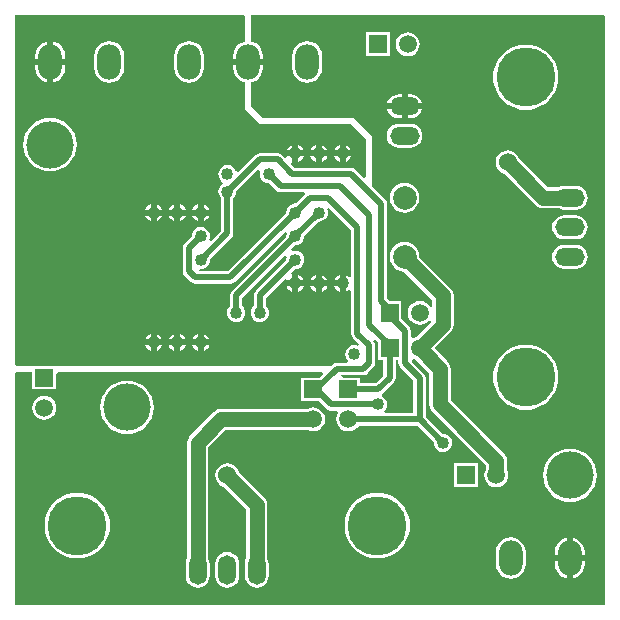
<source format=gbl>
%FSLAX25Y25*%
%MOIN*%
G70*
G01*
G75*
G04 Layer_Physical_Order=2*
G04 Layer_Color=16711680*
%ADD10R,0.04528X0.05315*%
G04:AMPARAMS|DCode=11|XSize=35.43mil|YSize=27.56mil|CornerRadius=6.89mil|HoleSize=0mil|Usage=FLASHONLY|Rotation=90.000|XOffset=0mil|YOffset=0mil|HoleType=Round|Shape=RoundedRectangle|*
%AMROUNDEDRECTD11*
21,1,0.03543,0.01378,0,0,90.0*
21,1,0.02165,0.02756,0,0,90.0*
1,1,0.01378,0.00689,0.01083*
1,1,0.01378,0.00689,-0.01083*
1,1,0.01378,-0.00689,-0.01083*
1,1,0.01378,-0.00689,0.01083*
%
%ADD11ROUNDEDRECTD11*%
G04:AMPARAMS|DCode=12|XSize=23.62mil|YSize=27.56mil|CornerRadius=5.91mil|HoleSize=0mil|Usage=FLASHONLY|Rotation=90.000|XOffset=0mil|YOffset=0mil|HoleType=Round|Shape=RoundedRectangle|*
%AMROUNDEDRECTD12*
21,1,0.02362,0.01575,0,0,90.0*
21,1,0.01181,0.02756,0,0,90.0*
1,1,0.01181,0.00787,0.00591*
1,1,0.01181,0.00787,-0.00591*
1,1,0.01181,-0.00787,-0.00591*
1,1,0.01181,-0.00787,0.00591*
%
%ADD12ROUNDEDRECTD12*%
%ADD13R,0.05315X0.04528*%
%ADD14R,0.03740X0.02559*%
G04:AMPARAMS|DCode=15|XSize=25.59mil|YSize=37.4mil|CornerRadius=0mil|HoleSize=0mil|Usage=FLASHONLY|Rotation=45.000|XOffset=0mil|YOffset=0mil|HoleType=Round|Shape=Rectangle|*
%AMROTATEDRECTD15*
4,1,4,0.00418,-0.02227,-0.02227,0.00418,-0.00418,0.02227,0.02227,-0.00418,0.00418,-0.02227,0.0*
%
%ADD15ROTATEDRECTD15*%

%ADD16O,0.02362X0.05709*%
%ADD17R,0.05512X0.04528*%
%ADD18R,0.06496X0.13386*%
%ADD19R,0.13386X0.06496*%
%ADD20C,0.03000*%
%ADD21C,0.02000*%
%ADD22C,0.02500*%
%ADD23C,0.05000*%
%ADD24C,0.15748*%
%ADD25O,0.07874X0.11811*%
%ADD26C,0.05906*%
%ADD27R,0.05906X0.05906*%
%ADD28O,0.05906X0.09843*%
%ADD29O,0.09843X0.05906*%
%ADD30C,0.07874*%
%ADD31R,0.05906X0.05906*%
%ADD32C,0.19685*%
%ADD33C,0.04000*%
%ADD34C,0.06000*%
G36*
X120968Y87762D02*
Y81677D01*
X122882D01*
Y76553D01*
X120297Y73968D01*
X115173D01*
Y75882D01*
X109296D01*
X108868Y76682D01*
X108881Y76701D01*
X116142D01*
X116922Y76856D01*
X117584Y77298D01*
X119552Y79267D01*
X119994Y79928D01*
X120149Y80709D01*
Y86614D01*
X119994Y87394D01*
X119552Y88056D01*
X120124Y88606D01*
X120968Y87762D01*
D02*
G37*
G36*
X196851Y196285D02*
Y0D01*
X0D01*
Y77190D01*
X566Y77756D01*
X5890D01*
Y71913D01*
X13795D01*
Y77190D01*
X14361Y77756D01*
X102370Y77756D01*
X102676Y77017D01*
X101541Y75882D01*
X95457D01*
Y67976D01*
X101384D01*
X103873Y65487D01*
X104535Y65045D01*
X105315Y64890D01*
X107502D01*
X107896Y64090D01*
X107768Y63923D01*
X107369Y62961D01*
X107234Y61929D01*
X107369Y60897D01*
X107768Y59936D01*
X108401Y59110D01*
X109227Y58476D01*
X110189Y58078D01*
X111221Y57942D01*
X112252Y58078D01*
X113214Y58476D01*
X114040Y59110D01*
X114638Y59890D01*
X134077D01*
X139707Y54259D01*
X139691Y54134D01*
X139794Y53351D01*
X140096Y52621D01*
X140577Y51994D01*
X141204Y51513D01*
X141933Y51211D01*
X142717Y51108D01*
X143500Y51211D01*
X144229Y51513D01*
X144856Y51994D01*
X145337Y52621D01*
X145639Y53351D01*
X145742Y54134D01*
X145639Y54917D01*
X145337Y55647D01*
X144856Y56274D01*
X144229Y56754D01*
X143500Y57057D01*
X142717Y57160D01*
X142591Y57143D01*
X136960Y62774D01*
Y75709D01*
X136805Y76489D01*
X136363Y77151D01*
X132318Y81196D01*
X132372Y81595D01*
X132497Y81726D01*
X133239Y82048D01*
X133702Y81856D01*
X138202Y77357D01*
Y66929D01*
X138322Y66015D01*
X138675Y65164D01*
X139236Y64433D01*
X156982Y46687D01*
Y45114D01*
X156661Y44339D01*
X156525Y43307D01*
X156661Y42275D01*
X157059Y41314D01*
X157693Y40488D01*
X158518Y39854D01*
X159480Y39456D01*
X160512Y39320D01*
X161544Y39456D01*
X162505Y39854D01*
X163331Y40488D01*
X163964Y41314D01*
X164363Y42275D01*
X164499Y43307D01*
X164363Y44339D01*
X164042Y45114D01*
Y48149D01*
X164042Y48150D01*
X163922Y49063D01*
X163569Y49915D01*
X163008Y50646D01*
X145263Y68391D01*
Y78819D01*
X145142Y79733D01*
X144790Y80584D01*
X144228Y81315D01*
X139914Y85630D01*
X145213Y90929D01*
X145774Y91660D01*
X146126Y92511D01*
X146247Y93425D01*
Y103347D01*
X146126Y104260D01*
X145774Y105112D01*
X145213Y105843D01*
X134899Y116156D01*
X134731Y117430D01*
X134234Y118631D01*
X133442Y119663D01*
X132411Y120454D01*
X131210Y120952D01*
X129921Y121121D01*
X128632Y120952D01*
X127431Y120454D01*
X126400Y119663D01*
X125609Y118631D01*
X125111Y117430D01*
X124942Y116142D01*
X125111Y114853D01*
X125609Y113652D01*
X126400Y112621D01*
X127431Y111829D01*
X128632Y111332D01*
X129906Y111164D01*
X139186Y101884D01*
Y99564D01*
X138386Y99405D01*
X138374Y99434D01*
X137740Y100260D01*
X136915Y100894D01*
X135953Y101292D01*
X134921Y101428D01*
X133889Y101292D01*
X132928Y100894D01*
X132102Y100260D01*
X131468Y99434D01*
X131070Y98473D01*
X130934Y97441D01*
X131070Y96409D01*
X131468Y95447D01*
X132102Y94622D01*
X132928Y93988D01*
X133889Y93590D01*
X134921Y93454D01*
X135953Y93590D01*
X136915Y93988D01*
X137740Y94622D01*
X137935Y94876D01*
X138820Y94715D01*
X138865Y94566D01*
X133702Y89403D01*
X132928Y89083D01*
X132760Y88954D01*
X131960Y89349D01*
Y91535D01*
X131805Y92316D01*
X131363Y92977D01*
X128874Y95467D01*
Y101394D01*
X124915D01*
X124086Y102223D01*
Y133858D01*
X123931Y134639D01*
X123489Y135300D01*
X119095Y139695D01*
Y156496D01*
X113189Y162401D01*
X82677D01*
X78740Y166339D01*
X78740Y174284D01*
X79045Y174324D01*
X80246Y174821D01*
X81277Y175613D01*
X82068Y176644D01*
X82566Y177845D01*
X82736Y179134D01*
Y180102D01*
X72776D01*
Y179134D01*
X72946Y177845D01*
X73443Y176644D01*
X74235Y175613D01*
X75266Y174821D01*
X76467Y174324D01*
X76772Y174284D01*
X76772Y165354D01*
X81693Y160433D01*
X112205Y160433D01*
X117126Y155512D01*
X117126Y142709D01*
X116387Y142403D01*
X113647Y145143D01*
X112985Y145585D01*
X112205Y145740D01*
X93364D01*
X92007Y147098D01*
X92460Y147776D01*
X92504Y147758D01*
Y149591D01*
X90671D01*
X90689Y149547D01*
X90011Y149093D01*
X89040Y150064D01*
X88379Y150506D01*
X87598Y150661D01*
X81693D01*
X80913Y150506D01*
X80251Y150064D01*
X80251Y150064D01*
X74528Y144341D01*
X73716Y144660D01*
X73487Y145214D01*
X73006Y145840D01*
X72379Y146321D01*
X71649Y146624D01*
X70866Y146727D01*
X70083Y146624D01*
X69353Y146321D01*
X68726Y145840D01*
X68246Y145214D01*
X67943Y144484D01*
X67840Y143701D01*
X67943Y142918D01*
X68246Y142188D01*
X68726Y141561D01*
X69183Y141211D01*
X69256Y140869D01*
Y140627D01*
X69183Y140285D01*
X68726Y139935D01*
X68246Y139308D01*
X67943Y138578D01*
X67840Y137795D01*
X67943Y137012D01*
X68246Y136282D01*
X68726Y135656D01*
X68827Y135579D01*
Y124860D01*
X65501Y121534D01*
X64823Y121987D01*
X64931Y122248D01*
X65034Y123031D01*
X64931Y123815D01*
X64628Y124544D01*
X64148Y125171D01*
X63521Y125652D01*
X62791Y125954D01*
X62008Y126057D01*
X61225Y125954D01*
X60495Y125652D01*
X59868Y125171D01*
X59387Y124544D01*
X59085Y123815D01*
X58982Y123031D01*
X58999Y122906D01*
X56566Y120473D01*
X56124Y119812D01*
X55969Y119032D01*
Y111284D01*
X56124Y110503D01*
X56566Y109842D01*
X58597Y107810D01*
X58597Y107810D01*
X59259Y107368D01*
X60039Y107213D01*
X71850D01*
X72631Y107368D01*
X73292Y107810D01*
X90011Y124529D01*
X90689Y124076D01*
X90581Y123815D01*
X90478Y123031D01*
X90495Y122906D01*
X72377Y104788D01*
X71935Y104127D01*
X71780Y103347D01*
Y99658D01*
X71679Y99581D01*
X71198Y98954D01*
X70896Y98224D01*
X70793Y97441D01*
X70896Y96658D01*
X71198Y95928D01*
X71679Y95301D01*
X72306Y94820D01*
X73036Y94518D01*
X73819Y94415D01*
X74602Y94518D01*
X75332Y94820D01*
X75959Y95301D01*
X76439Y95928D01*
X76742Y96658D01*
X76845Y97441D01*
X76742Y98224D01*
X76439Y98954D01*
X75959Y99581D01*
X75858Y99658D01*
Y102502D01*
X90011Y116655D01*
X90689Y116202D01*
X90581Y115941D01*
X90478Y115157D01*
X90495Y115032D01*
X80251Y104788D01*
X79809Y104127D01*
X79654Y103347D01*
Y99658D01*
X79553Y99581D01*
X79072Y98954D01*
X78770Y98224D01*
X78667Y97441D01*
X78770Y96658D01*
X79072Y95928D01*
X79553Y95301D01*
X80180Y94820D01*
X80910Y94518D01*
X81693Y94415D01*
X82476Y94518D01*
X83206Y94820D01*
X83833Y95301D01*
X84313Y95928D01*
X84616Y96658D01*
X84719Y97441D01*
X84616Y98224D01*
X84313Y98954D01*
X83833Y99581D01*
X83732Y99658D01*
Y102502D01*
X90011Y108781D01*
X90689Y108328D01*
X90671Y108283D01*
X92504D01*
Y110116D01*
X92460Y110098D01*
X92007Y110776D01*
X93378Y112148D01*
X93504Y112132D01*
X94287Y112235D01*
X95017Y112537D01*
X95644Y113018D01*
X96124Y113645D01*
X96427Y114374D01*
X96530Y115157D01*
X96427Y115941D01*
X96124Y116670D01*
X95644Y117297D01*
X95017Y117778D01*
X94287Y118080D01*
X93504Y118183D01*
X92721Y118080D01*
X92460Y117972D01*
X92007Y118650D01*
X93378Y120022D01*
X93504Y120006D01*
X94287Y120109D01*
X95017Y120411D01*
X95644Y120892D01*
X96124Y121519D01*
X96427Y122248D01*
X96530Y123031D01*
X96513Y123157D01*
X101252Y127896D01*
X101378Y127880D01*
X102161Y127983D01*
X102891Y128285D01*
X103518Y128766D01*
X103998Y129393D01*
X104301Y130122D01*
X104404Y130905D01*
X104301Y131689D01*
X104193Y131950D01*
X104871Y132403D01*
X112134Y125140D01*
Y109770D01*
X111586Y109514D01*
X111334Y109467D01*
X110765Y109904D01*
X110252Y110116D01*
Y107283D01*
Y104451D01*
X110765Y104663D01*
X111334Y105100D01*
X111586Y105053D01*
X112134Y104797D01*
Y90551D01*
X112289Y89771D01*
X112731Y89109D01*
X114686Y87154D01*
X114233Y86476D01*
X113972Y86584D01*
X113189Y86687D01*
X112406Y86584D01*
X111676Y86282D01*
X111049Y85801D01*
X110568Y85174D01*
X110266Y84445D01*
X110163Y83661D01*
X110266Y82878D01*
X110568Y82148D01*
X111005Y81579D01*
X110959Y81327D01*
X110703Y80779D01*
X107283D01*
X106503Y80624D01*
X105842Y80182D01*
X105384Y79724D01*
X13795Y79724D01*
Y79819D01*
X5890D01*
Y79819D01*
X5795Y79724D01*
X566D01*
X0Y80290D01*
X0Y196850D01*
X76206Y196850D01*
X76772Y196285D01*
X76772Y187921D01*
X76467Y187881D01*
X75266Y187383D01*
X74235Y186592D01*
X73443Y185561D01*
X72946Y184360D01*
X72776Y183071D01*
Y182102D01*
X82736D01*
Y183071D01*
X82566Y184360D01*
X82068Y185561D01*
X81277Y186592D01*
X80246Y187383D01*
X79045Y187881D01*
X78740Y187921D01*
X78740Y196850D01*
X196285Y196851D01*
X196851Y196285D01*
D02*
G37*
G36*
X127882Y80709D02*
X128037Y79928D01*
X128479Y79267D01*
X132882Y74864D01*
Y63968D01*
X123447D01*
X123175Y64768D01*
X123203Y64789D01*
X123684Y65416D01*
X123986Y66146D01*
X124089Y66929D01*
X123986Y67712D01*
X123684Y68442D01*
X123203Y69069D01*
X122576Y69550D01*
X122514Y70441D01*
X122584Y70487D01*
X126363Y74267D01*
X126805Y74928D01*
X126960Y75709D01*
Y81677D01*
X127882D01*
Y80709D01*
D02*
G37*
G36*
X81831Y144745D02*
X81723Y144484D01*
X81620Y143701D01*
X81723Y142918D01*
X82025Y142188D01*
X82506Y141561D01*
X83133Y141080D01*
X83863Y140778D01*
X84646Y140675D01*
X84771Y140691D01*
X87141Y138322D01*
X87802Y137880D01*
X88583Y137725D01*
X96308D01*
X96639Y136925D01*
X93629Y133915D01*
X93504Y133931D01*
X92721Y133828D01*
X91991Y133526D01*
X91364Y133045D01*
X90883Y132419D01*
X90581Y131689D01*
X90478Y130905D01*
X90495Y130780D01*
X71006Y111291D01*
X61223D01*
X61132Y111440D01*
X61613Y112183D01*
X62008Y112132D01*
X62791Y112235D01*
X63521Y112537D01*
X64148Y113018D01*
X64628Y113645D01*
X64931Y114374D01*
X65034Y115157D01*
X65017Y115283D01*
X72308Y122574D01*
X72308Y122574D01*
X72750Y123235D01*
X72905Y124016D01*
X72905Y124016D01*
Y135579D01*
X73006Y135656D01*
X73487Y136282D01*
X73789Y137012D01*
X73892Y137795D01*
X73875Y137921D01*
X81153Y145198D01*
X81831Y144745D01*
D02*
G37*
%LPC*%
G36*
X64841Y86598D02*
X63008D01*
Y84765D01*
X63521Y84978D01*
X64148Y85459D01*
X64628Y86085D01*
X64841Y86598D01*
D02*
G37*
G36*
X61008Y90431D02*
X60495Y90219D01*
X59868Y89738D01*
X59387Y89111D01*
X59175Y88598D01*
X61008D01*
Y90431D01*
D02*
G37*
G36*
X63008D02*
Y88598D01*
X64841D01*
X64628Y89111D01*
X64148Y89738D01*
X63521Y90219D01*
X63008Y90431D01*
D02*
G37*
G36*
X45260D02*
X44747Y90219D01*
X44120Y89738D01*
X43639Y89111D01*
X43427Y88598D01*
X45260D01*
Y90431D01*
D02*
G37*
G36*
X53134D02*
X52621Y90219D01*
X51994Y89738D01*
X51513Y89111D01*
X51301Y88598D01*
X53134D01*
Y90431D01*
D02*
G37*
G36*
X47260D02*
Y88598D01*
X49093D01*
X48880Y89111D01*
X48399Y89738D01*
X47773Y90219D01*
X47260Y90431D01*
D02*
G37*
G36*
X55134D02*
Y88598D01*
X56967D01*
X56754Y89111D01*
X56274Y89738D01*
X55647Y90219D01*
X55134Y90431D01*
D02*
G37*
G36*
X92504Y106283D02*
X90671D01*
X90883Y105771D01*
X91364Y105144D01*
X91991Y104663D01*
X92504Y104451D01*
Y106283D01*
D02*
G37*
G36*
X102378Y110116D02*
Y108283D01*
X104211D01*
X103998Y108796D01*
X103518Y109423D01*
X102891Y109904D01*
X102378Y110116D01*
D02*
G37*
G36*
X100378D02*
X99865Y109904D01*
X99238Y109423D01*
X98757Y108796D01*
X98545Y108283D01*
X100378D01*
Y110116D01*
D02*
G37*
G36*
X108252D02*
X107739Y109904D01*
X107112Y109423D01*
X106632Y108796D01*
X106419Y108283D01*
X108252D01*
Y110116D01*
D02*
G37*
G36*
X187008Y129971D02*
X183071D01*
X182039Y129835D01*
X181078Y129437D01*
X180252Y128803D01*
X179618Y127978D01*
X179220Y127016D01*
X179084Y125984D01*
X179220Y124952D01*
X179618Y123991D01*
X180252Y123165D01*
X181078Y122532D01*
X182039Y122133D01*
X183071Y121997D01*
X187008D01*
X188040Y122133D01*
X189001Y122532D01*
X189827Y123165D01*
X190461Y123991D01*
X190859Y124952D01*
X190995Y125984D01*
X190859Y127016D01*
X190461Y127978D01*
X189827Y128803D01*
X189001Y129437D01*
X188040Y129835D01*
X187008Y129971D01*
D02*
G37*
G36*
Y120129D02*
X183071D01*
X182039Y119993D01*
X181078Y119595D01*
X180252Y118961D01*
X179618Y118135D01*
X179220Y117174D01*
X179084Y116142D01*
X179220Y115110D01*
X179618Y114148D01*
X180252Y113323D01*
X181078Y112689D01*
X182039Y112291D01*
X183071Y112155D01*
X187008D01*
X188040Y112291D01*
X189001Y112689D01*
X189827Y113323D01*
X190461Y114148D01*
X190859Y115110D01*
X190995Y116142D01*
X190859Y117174D01*
X190461Y118135D01*
X189827Y118961D01*
X189001Y119595D01*
X188040Y119993D01*
X187008Y120129D01*
D02*
G37*
G36*
X100378Y106283D02*
X98545D01*
X98757Y105771D01*
X99238Y105144D01*
X99865Y104663D01*
X100378Y104451D01*
Y106283D01*
D02*
G37*
G36*
X96337D02*
X94504D01*
Y104451D01*
X95017Y104663D01*
X95644Y105144D01*
X96124Y105771D01*
X96337Y106283D01*
D02*
G37*
G36*
X104211D02*
X102378D01*
Y104451D01*
X102891Y104663D01*
X103518Y105144D01*
X103998Y105771D01*
X104211Y106283D01*
D02*
G37*
G36*
X94504Y110116D02*
Y108283D01*
X96337D01*
X96124Y108796D01*
X95644Y109423D01*
X95017Y109904D01*
X94504Y110116D01*
D02*
G37*
G36*
X108252Y106283D02*
X106419D01*
X106632Y105771D01*
X107112Y105144D01*
X107739Y104663D01*
X108252Y104451D01*
Y106283D01*
D02*
G37*
G36*
X61008Y86598D02*
X59175D01*
X59387Y86085D01*
X59868Y85459D01*
X60495Y84978D01*
X61008Y84765D01*
Y86598D01*
D02*
G37*
G36*
X120866Y37451D02*
X119165Y37317D01*
X117505Y36919D01*
X115929Y36266D01*
X114473Y35374D01*
X113176Y34265D01*
X112067Y32968D01*
X111176Y31512D01*
X110522Y29936D01*
X110124Y28276D01*
X109990Y26575D01*
X110124Y24873D01*
X110522Y23214D01*
X111176Y21637D01*
X112067Y20182D01*
X113176Y18884D01*
X114473Y17776D01*
X115929Y16884D01*
X117505Y16231D01*
X119165Y15833D01*
X120866Y15699D01*
X122568Y15833D01*
X124227Y16231D01*
X125804Y16884D01*
X127259Y17776D01*
X128557Y18884D01*
X129665Y20182D01*
X130557Y21637D01*
X131210Y23214D01*
X131608Y24873D01*
X131742Y26575D01*
X131608Y28276D01*
X131210Y29936D01*
X130557Y31512D01*
X129665Y32968D01*
X128557Y34265D01*
X127259Y35374D01*
X125804Y36266D01*
X124227Y36919D01*
X122568Y37317D01*
X120866Y37451D01*
D02*
G37*
G36*
X20866D02*
X19165Y37317D01*
X17505Y36919D01*
X15929Y36266D01*
X14473Y35374D01*
X13176Y34265D01*
X12067Y32968D01*
X11176Y31512D01*
X10522Y29936D01*
X10124Y28276D01*
X9990Y26575D01*
X10124Y24873D01*
X10522Y23214D01*
X11176Y21637D01*
X12067Y20182D01*
X13176Y18884D01*
X14473Y17776D01*
X15929Y16884D01*
X17505Y16231D01*
X19165Y15833D01*
X20866Y15699D01*
X22568Y15833D01*
X24227Y16231D01*
X25804Y16884D01*
X27259Y17776D01*
X28557Y18884D01*
X29665Y20182D01*
X30557Y21637D01*
X31210Y23214D01*
X31608Y24873D01*
X31742Y26575D01*
X31608Y28276D01*
X31210Y29936D01*
X30557Y31512D01*
X29665Y32968D01*
X28557Y34265D01*
X27259Y35374D01*
X25804Y36266D01*
X24227Y36919D01*
X22568Y37317D01*
X20866Y37451D01*
D02*
G37*
G36*
X186039Y22565D02*
Y16748D01*
X190019D01*
Y17717D01*
X189849Y19005D01*
X189352Y20206D01*
X188560Y21238D01*
X187529Y22029D01*
X186328Y22526D01*
X186039Y22565D01*
D02*
G37*
G36*
X184039D02*
X183750Y22526D01*
X182550Y22029D01*
X181518Y21238D01*
X180727Y20206D01*
X180229Y19005D01*
X180060Y17717D01*
Y16748D01*
X184039D01*
Y22565D01*
D02*
G37*
G36*
X190019Y14748D02*
X186039D01*
Y8932D01*
X186328Y8970D01*
X187529Y9467D01*
X188560Y10259D01*
X189352Y11290D01*
X189849Y12491D01*
X190019Y13780D01*
Y14748D01*
D02*
G37*
G36*
X70866Y47342D02*
X69822Y47204D01*
X68849Y46801D01*
X68013Y46160D01*
X67372Y45324D01*
X66969Y44351D01*
X66832Y43307D01*
X66969Y42263D01*
X67372Y41290D01*
X68013Y40454D01*
X68849Y39813D01*
X69735Y39446D01*
X77179Y32002D01*
Y15586D01*
X76858Y14811D01*
X76722Y13780D01*
Y9843D01*
X76858Y8811D01*
X77256Y7849D01*
X77890Y7023D01*
X78715Y6390D01*
X79677Y5992D01*
X80709Y5856D01*
X81741Y5992D01*
X82702Y6390D01*
X83528Y7023D01*
X84161Y7849D01*
X84560Y8811D01*
X84696Y9843D01*
Y13780D01*
X84560Y14811D01*
X84239Y15586D01*
Y33464D01*
X84239Y33465D01*
X84119Y34378D01*
X83766Y35230D01*
X83205Y35961D01*
X74727Y44439D01*
X74360Y45324D01*
X73719Y46160D01*
X72883Y46801D01*
X71910Y47204D01*
X70866Y47342D01*
D02*
G37*
G36*
X70866Y17766D02*
X69834Y17631D01*
X68873Y17232D01*
X68047Y16599D01*
X67414Y15773D01*
X67015Y14811D01*
X66879Y13780D01*
Y9843D01*
X67015Y8811D01*
X67414Y7849D01*
X68047Y7023D01*
X68873Y6390D01*
X69834Y5992D01*
X70866Y5856D01*
X71898Y5992D01*
X72860Y6390D01*
X73685Y7023D01*
X74319Y7849D01*
X74717Y8811D01*
X74853Y9843D01*
Y13780D01*
X74717Y14811D01*
X74319Y15773D01*
X73685Y16599D01*
X72860Y17232D01*
X71898Y17631D01*
X70866Y17766D01*
D02*
G37*
G36*
X184039Y14748D02*
X180060D01*
Y13780D01*
X180229Y12491D01*
X180727Y11290D01*
X181518Y10259D01*
X182550Y9467D01*
X183750Y8970D01*
X184039Y8932D01*
Y14748D01*
D02*
G37*
G36*
X165354Y22696D02*
X164066Y22526D01*
X162864Y22029D01*
X161833Y21238D01*
X161042Y20206D01*
X160544Y19005D01*
X160375Y17717D01*
Y13780D01*
X160544Y12491D01*
X161042Y11290D01*
X161833Y10259D01*
X162864Y9467D01*
X164066Y8970D01*
X165354Y8800D01*
X166643Y8970D01*
X167844Y9467D01*
X168876Y10259D01*
X169667Y11290D01*
X170164Y12491D01*
X170334Y13780D01*
Y17717D01*
X170164Y19005D01*
X169667Y20206D01*
X168876Y21238D01*
X167844Y22029D01*
X166643Y22526D01*
X165354Y22696D01*
D02*
G37*
G36*
X185039Y52224D02*
X183300Y52053D01*
X181627Y51545D01*
X180085Y50721D01*
X178734Y49612D01*
X177625Y48261D01*
X176801Y46720D01*
X176294Y45047D01*
X176122Y43307D01*
X176294Y41568D01*
X176801Y39895D01*
X177625Y38353D01*
X178734Y37002D01*
X180085Y35893D01*
X181627Y35069D01*
X183300Y34561D01*
X185039Y34390D01*
X186779Y34561D01*
X188452Y35069D01*
X189993Y35893D01*
X191345Y37002D01*
X192454Y38353D01*
X193278Y39895D01*
X193785Y41568D01*
X193956Y43307D01*
X193785Y45047D01*
X193278Y46720D01*
X192454Y48261D01*
X191345Y49612D01*
X189993Y50721D01*
X188452Y51545D01*
X186779Y52053D01*
X185039Y52224D01*
D02*
G37*
G36*
X49093Y86598D02*
X47260D01*
Y84765D01*
X47773Y84978D01*
X48399Y85459D01*
X48880Y86085D01*
X49093Y86598D01*
D02*
G37*
G36*
X45260D02*
X43427D01*
X43639Y86085D01*
X44120Y85459D01*
X44747Y84978D01*
X45260Y84765D01*
Y86598D01*
D02*
G37*
G36*
X56967D02*
X55134D01*
Y84765D01*
X55647Y84978D01*
X56274Y85459D01*
X56754Y86085D01*
X56967Y86598D01*
D02*
G37*
G36*
X53134D02*
X51301D01*
X51513Y86085D01*
X51994Y85459D01*
X52621Y84978D01*
X53134Y84765D01*
Y86598D01*
D02*
G37*
G36*
X99410Y65916D02*
X98378Y65780D01*
X97603Y65459D01*
X68819D01*
X68819Y65459D01*
X67905Y65339D01*
X67054Y64986D01*
X66323Y64425D01*
X58527Y56630D01*
X57966Y55899D01*
X57614Y55048D01*
X57494Y54134D01*
Y15586D01*
X57173Y14811D01*
X57037Y13780D01*
Y9843D01*
X57173Y8811D01*
X57571Y7849D01*
X58205Y7023D01*
X59030Y6390D01*
X59992Y5992D01*
X61024Y5856D01*
X62056Y5992D01*
X63017Y6390D01*
X63843Y7023D01*
X64476Y7849D01*
X64875Y8811D01*
X65010Y9843D01*
Y13780D01*
X64875Y14811D01*
X64554Y15586D01*
Y52672D01*
X70281Y58399D01*
X97603D01*
X98378Y58078D01*
X99410Y57942D01*
X100441Y58078D01*
X101403Y58476D01*
X102229Y59110D01*
X102862Y59936D01*
X103261Y60897D01*
X103396Y61929D01*
X103261Y62961D01*
X102862Y63923D01*
X102229Y64748D01*
X101403Y65382D01*
X100441Y65780D01*
X99410Y65916D01*
D02*
G37*
G36*
X37402Y74862D02*
X35662Y74691D01*
X33989Y74183D01*
X32448Y73359D01*
X31096Y72250D01*
X29987Y70899D01*
X29163Y69357D01*
X28656Y67685D01*
X28485Y65945D01*
X28656Y64205D01*
X29163Y62533D01*
X29987Y60991D01*
X31096Y59640D01*
X32448Y58531D01*
X33989Y57707D01*
X35662Y57199D01*
X37402Y57028D01*
X39141Y57199D01*
X40814Y57707D01*
X42356Y58531D01*
X43707Y59640D01*
X44816Y60991D01*
X45640Y62533D01*
X46147Y64205D01*
X46319Y65945D01*
X46147Y67685D01*
X45640Y69357D01*
X44816Y70899D01*
X43707Y72250D01*
X42356Y73359D01*
X40814Y74183D01*
X39141Y74691D01*
X37402Y74862D01*
D02*
G37*
G36*
X154465Y47260D02*
X146559D01*
Y39354D01*
X154465D01*
Y47260D01*
D02*
G37*
G36*
X170276Y86860D02*
X168574Y86726D01*
X166915Y86328D01*
X165338Y85675D01*
X163883Y84783D01*
X162585Y83675D01*
X161477Y82377D01*
X160585Y80922D01*
X159932Y79345D01*
X159534Y77686D01*
X159400Y75984D01*
X159534Y74283D01*
X159932Y72623D01*
X160585Y71047D01*
X161477Y69591D01*
X162585Y68294D01*
X163883Y67185D01*
X165338Y66294D01*
X166915Y65641D01*
X168574Y65242D01*
X170276Y65108D01*
X171977Y65242D01*
X173636Y65641D01*
X175213Y66294D01*
X176668Y67185D01*
X177966Y68294D01*
X179075Y69591D01*
X179966Y71047D01*
X180619Y72623D01*
X181018Y74283D01*
X181152Y75984D01*
X181018Y77686D01*
X180619Y79345D01*
X179966Y80922D01*
X179075Y82377D01*
X177966Y83675D01*
X176668Y84783D01*
X175213Y85675D01*
X173636Y86328D01*
X171977Y86726D01*
X170276Y86860D01*
D02*
G37*
G36*
X9843Y69853D02*
X8811Y69717D01*
X7849Y69319D01*
X7023Y68685D01*
X6390Y67860D01*
X5991Y66898D01*
X5856Y65866D01*
X5991Y64834D01*
X6390Y63873D01*
X7023Y63047D01*
X7849Y62413D01*
X8811Y62015D01*
X9843Y61879D01*
X10874Y62015D01*
X11836Y62413D01*
X12662Y63047D01*
X13295Y63873D01*
X13693Y64834D01*
X13829Y65866D01*
X13693Y66898D01*
X13295Y67860D01*
X12662Y68685D01*
X11836Y69319D01*
X10874Y69717D01*
X9843Y69853D01*
D02*
G37*
G36*
X45260Y129905D02*
X43427D01*
X43639Y129393D01*
X44120Y128766D01*
X44747Y128285D01*
X45260Y128073D01*
Y129905D01*
D02*
G37*
G36*
X128921Y165339D02*
X124098D01*
X124102Y165307D01*
X124500Y164345D01*
X125134Y163519D01*
X125959Y162886D01*
X126921Y162488D01*
X127953Y162352D01*
X128921D01*
Y165339D01*
D02*
G37*
G36*
X131890Y160483D02*
X127953D01*
X126921Y160347D01*
X125959Y159949D01*
X125134Y159315D01*
X124500Y158490D01*
X124102Y157528D01*
X123966Y156496D01*
X124102Y155464D01*
X124500Y154503D01*
X125134Y153677D01*
X125959Y153043D01*
X126921Y152645D01*
X127953Y152509D01*
X131890D01*
X132922Y152645D01*
X133883Y153043D01*
X134709Y153677D01*
X135343Y154503D01*
X135741Y155464D01*
X135877Y156496D01*
X135741Y157528D01*
X135343Y158490D01*
X134709Y159315D01*
X133883Y159949D01*
X132922Y160347D01*
X131890Y160483D01*
D02*
G37*
G36*
X135745Y165339D02*
X130921D01*
Y162352D01*
X131890D01*
X132922Y162488D01*
X133883Y162886D01*
X134709Y163519D01*
X135343Y164345D01*
X135741Y165307D01*
X135745Y165339D01*
D02*
G37*
G36*
X128921Y170325D02*
X127953D01*
X126921Y170190D01*
X125959Y169791D01*
X125134Y169158D01*
X124500Y168332D01*
X124102Y167370D01*
X124098Y167339D01*
X128921D01*
Y170325D01*
D02*
G37*
G36*
X170276Y186860D02*
X168574Y186726D01*
X166915Y186328D01*
X165338Y185675D01*
X163883Y184783D01*
X162585Y183675D01*
X161477Y182377D01*
X160585Y180922D01*
X159932Y179345D01*
X159534Y177686D01*
X159400Y175984D01*
X159534Y174283D01*
X159932Y172623D01*
X160585Y171047D01*
X161477Y169591D01*
X162585Y168294D01*
X163883Y167185D01*
X165338Y166294D01*
X166915Y165641D01*
X168574Y165242D01*
X170276Y165108D01*
X171977Y165242D01*
X173636Y165641D01*
X175213Y166294D01*
X176668Y167185D01*
X177966Y168294D01*
X179075Y169591D01*
X179966Y171047D01*
X180619Y172623D01*
X181018Y174283D01*
X181152Y175984D01*
X181018Y177686D01*
X180619Y179345D01*
X179966Y180922D01*
X179075Y182377D01*
X177966Y183675D01*
X176668Y184783D01*
X175213Y185675D01*
X173636Y186328D01*
X171977Y186726D01*
X170276Y186860D01*
D02*
G37*
G36*
X100378Y153424D02*
X99865Y153211D01*
X99238Y152730D01*
X98757Y152103D01*
X98545Y151591D01*
X100378D01*
Y153424D01*
D02*
G37*
G36*
X94504D02*
Y151591D01*
X96337D01*
X96124Y152103D01*
X95644Y152730D01*
X95017Y153211D01*
X94504Y153424D01*
D02*
G37*
G36*
X102378D02*
Y151591D01*
X104211D01*
X103998Y152103D01*
X103518Y152730D01*
X102891Y153211D01*
X102378Y153424D01*
D02*
G37*
G36*
X110252D02*
Y151591D01*
X112085D01*
X111872Y152103D01*
X111392Y152730D01*
X110765Y153211D01*
X110252Y153424D01*
D02*
G37*
G36*
X108252D02*
X107739Y153211D01*
X107112Y152730D01*
X106632Y152103D01*
X106419Y151591D01*
X108252D01*
Y153424D01*
D02*
G37*
G36*
X10811Y187919D02*
X10522Y187881D01*
X9321Y187383D01*
X8290Y186592D01*
X7499Y185561D01*
X7001Y184360D01*
X6831Y183071D01*
Y182102D01*
X10811D01*
Y187919D01*
D02*
G37*
G36*
X16791Y180102D02*
X12811D01*
Y174286D01*
X13100Y174324D01*
X14301Y174821D01*
X15332Y175613D01*
X16124Y176644D01*
X16621Y177845D01*
X16791Y179134D01*
Y180102D01*
D02*
G37*
G36*
X12811Y187919D02*
Y182102D01*
X16791D01*
Y183071D01*
X16621Y184360D01*
X16124Y185561D01*
X15332Y186592D01*
X14301Y187383D01*
X13100Y187881D01*
X12811Y187919D01*
D02*
G37*
G36*
X124937Y190961D02*
X117032D01*
Y183055D01*
X124937D01*
Y190961D01*
D02*
G37*
G36*
X130984Y190995D02*
X129952Y190859D01*
X128991Y190461D01*
X128165Y189827D01*
X127532Y189001D01*
X127133Y188040D01*
X126997Y187008D01*
X127133Y185976D01*
X127532Y185014D01*
X128165Y184189D01*
X128991Y183555D01*
X129952Y183157D01*
X130984Y183021D01*
X132016Y183157D01*
X132978Y183555D01*
X133803Y184189D01*
X134437Y185014D01*
X134835Y185976D01*
X134971Y187008D01*
X134835Y188040D01*
X134437Y189001D01*
X133803Y189827D01*
X132978Y190461D01*
X132016Y190859D01*
X130984Y190995D01*
D02*
G37*
G36*
X58071Y188050D02*
X56782Y187881D01*
X55581Y187383D01*
X54550Y186592D01*
X53758Y185561D01*
X53261Y184360D01*
X53091Y183071D01*
Y179134D01*
X53261Y177845D01*
X53758Y176644D01*
X54550Y175613D01*
X55581Y174821D01*
X56782Y174324D01*
X58071Y174154D01*
X59360Y174324D01*
X60561Y174821D01*
X61592Y175613D01*
X62383Y176644D01*
X62881Y177845D01*
X63051Y179134D01*
Y183071D01*
X62881Y184360D01*
X62383Y185561D01*
X61592Y186592D01*
X60561Y187383D01*
X59360Y187881D01*
X58071Y188050D01*
D02*
G37*
G36*
X131890Y170325D02*
X130921D01*
Y167339D01*
X135745D01*
X135741Y167370D01*
X135343Y168332D01*
X134709Y169158D01*
X133883Y169791D01*
X132922Y170190D01*
X131890Y170325D01*
D02*
G37*
G36*
X97441Y188050D02*
X96152Y187881D01*
X94951Y187383D01*
X93920Y186592D01*
X93129Y185561D01*
X92631Y184360D01*
X92461Y183071D01*
Y179134D01*
X92631Y177845D01*
X93129Y176644D01*
X93920Y175613D01*
X94951Y174821D01*
X96152Y174324D01*
X97441Y174154D01*
X98730Y174324D01*
X99931Y174821D01*
X100962Y175613D01*
X101753Y176644D01*
X102251Y177845D01*
X102421Y179134D01*
Y183071D01*
X102251Y184360D01*
X101753Y185561D01*
X100962Y186592D01*
X99931Y187383D01*
X98730Y187881D01*
X97441Y188050D01*
D02*
G37*
G36*
X10811Y180102D02*
X6831D01*
Y179134D01*
X7001Y177845D01*
X7499Y176644D01*
X8290Y175613D01*
X9321Y174821D01*
X10522Y174324D01*
X10811Y174286D01*
Y180102D01*
D02*
G37*
G36*
X31496Y188050D02*
X30207Y187881D01*
X29006Y187383D01*
X27975Y186592D01*
X27184Y185561D01*
X26686Y184360D01*
X26517Y183071D01*
Y179134D01*
X26686Y177845D01*
X27184Y176644D01*
X27975Y175613D01*
X29006Y174821D01*
X30207Y174324D01*
X31496Y174154D01*
X32785Y174324D01*
X33986Y174821D01*
X35017Y175613D01*
X35809Y176644D01*
X36306Y177845D01*
X36476Y179134D01*
Y183071D01*
X36306Y184360D01*
X35809Y185561D01*
X35017Y186592D01*
X33986Y187383D01*
X32785Y187881D01*
X31496Y188050D01*
D02*
G37*
G36*
X164370Y151672D02*
X163326Y151535D01*
X162353Y151132D01*
X161517Y150491D01*
X160876Y149655D01*
X160473Y148682D01*
X160336Y147638D01*
X160473Y146594D01*
X160876Y145621D01*
X161517Y144785D01*
X162353Y144144D01*
X163239Y143777D01*
X173685Y133331D01*
X174416Y132770D01*
X175267Y132417D01*
X176181Y132297D01*
X181264D01*
X182039Y131976D01*
X183071Y131840D01*
X187008D01*
X188040Y131976D01*
X189001Y132374D01*
X189827Y133008D01*
X190461Y133833D01*
X190859Y134795D01*
X190995Y135827D01*
X190859Y136859D01*
X190461Y137820D01*
X189827Y138646D01*
X189001Y139279D01*
X188040Y139678D01*
X187008Y139814D01*
X183071D01*
X182039Y139678D01*
X181264Y139357D01*
X177643D01*
X168231Y148769D01*
X167864Y149655D01*
X167223Y150491D01*
X166387Y151132D01*
X165414Y151535D01*
X164370Y151672D01*
D02*
G37*
G36*
X129921Y140806D02*
X128632Y140637D01*
X127431Y140139D01*
X126400Y139348D01*
X125609Y138317D01*
X125111Y137116D01*
X124942Y135827D01*
X125111Y134538D01*
X125609Y133337D01*
X126400Y132306D01*
X127431Y131514D01*
X128632Y131017D01*
X129921Y130847D01*
X131210Y131017D01*
X132411Y131514D01*
X133442Y132306D01*
X134234Y133337D01*
X134731Y134538D01*
X134901Y135827D01*
X134731Y137116D01*
X134234Y138317D01*
X133442Y139348D01*
X132411Y140139D01*
X131210Y140637D01*
X129921Y140806D01*
D02*
G37*
G36*
X45260Y133739D02*
X44747Y133526D01*
X44120Y133045D01*
X43639Y132419D01*
X43427Y131905D01*
X45260D01*
Y133739D01*
D02*
G37*
G36*
X53134D02*
X52621Y133526D01*
X51994Y133045D01*
X51513Y132419D01*
X51301Y131905D01*
X53134D01*
Y133739D01*
D02*
G37*
G36*
X47260D02*
Y131905D01*
X49093D01*
X48880Y132419D01*
X48399Y133045D01*
X47773Y133526D01*
X47260Y133739D01*
D02*
G37*
G36*
X53134Y129905D02*
X51301D01*
X51513Y129393D01*
X51994Y128766D01*
X52621Y128285D01*
X53134Y128073D01*
Y129905D01*
D02*
G37*
G36*
X49093D02*
X47260D01*
Y128073D01*
X47773Y128285D01*
X48399Y128766D01*
X48880Y129393D01*
X49093Y129905D01*
D02*
G37*
G36*
X56967D02*
X55134D01*
Y128073D01*
X55647Y128285D01*
X56274Y128766D01*
X56754Y129393D01*
X56967Y129905D01*
D02*
G37*
G36*
X64841D02*
X63008D01*
Y128073D01*
X63521Y128285D01*
X64148Y128766D01*
X64628Y129393D01*
X64841Y129905D01*
D02*
G37*
G36*
X61008D02*
X59175D01*
X59387Y129393D01*
X59868Y128766D01*
X60495Y128285D01*
X61008Y128073D01*
Y129905D01*
D02*
G37*
G36*
X104211Y149591D02*
X102378D01*
Y147758D01*
X102891Y147970D01*
X103518Y148451D01*
X103998Y149078D01*
X104211Y149591D01*
D02*
G37*
G36*
X100378D02*
X98545D01*
X98757Y149078D01*
X99238Y148451D01*
X99865Y147970D01*
X100378Y147758D01*
Y149591D01*
D02*
G37*
G36*
X108252D02*
X106419D01*
X106632Y149078D01*
X107112Y148451D01*
X107739Y147970D01*
X108252Y147758D01*
Y149591D01*
D02*
G37*
G36*
X92504Y153424D02*
X91991Y153211D01*
X91364Y152730D01*
X90883Y152103D01*
X90671Y151591D01*
X92504D01*
Y153424D01*
D02*
G37*
G36*
X112085Y149591D02*
X110252D01*
Y147758D01*
X110765Y147970D01*
X111392Y148451D01*
X111872Y149078D01*
X112085Y149591D01*
D02*
G37*
G36*
X61008Y133739D02*
X60495Y133526D01*
X59868Y133045D01*
X59387Y132419D01*
X59175Y131905D01*
X61008D01*
Y133739D01*
D02*
G37*
G36*
X55134D02*
Y131905D01*
X56967D01*
X56754Y132419D01*
X56274Y133045D01*
X55647Y133526D01*
X55134Y133739D01*
D02*
G37*
G36*
X63008D02*
Y131905D01*
X64841D01*
X64628Y132419D01*
X64148Y133045D01*
X63521Y133526D01*
X63008Y133739D01*
D02*
G37*
G36*
X96337Y149591D02*
X94504D01*
Y147758D01*
X95017Y147970D01*
X95644Y148451D01*
X96124Y149078D01*
X96337Y149591D01*
D02*
G37*
G36*
X11811Y162460D02*
X10071Y162289D01*
X8399Y161782D01*
X6857Y160958D01*
X5506Y159849D01*
X4397Y158497D01*
X3573Y156956D01*
X3065Y155283D01*
X2894Y153543D01*
X3065Y151804D01*
X3573Y150131D01*
X4397Y148589D01*
X5506Y147238D01*
X6857Y146129D01*
X8399Y145305D01*
X10071Y144798D01*
X11811Y144626D01*
X13551Y144798D01*
X15223Y145305D01*
X16765Y146129D01*
X18116Y147238D01*
X19225Y148589D01*
X20049Y150131D01*
X20557Y151804D01*
X20728Y153543D01*
X20557Y155283D01*
X20049Y156956D01*
X19225Y158497D01*
X18116Y159849D01*
X16765Y160958D01*
X15223Y161782D01*
X13551Y162289D01*
X11811Y162460D01*
D02*
G37*
%LPD*%
D21*
X81693Y103347D02*
X93504Y115157D01*
X81693Y97441D02*
Y103347D01*
X111221Y71929D02*
X121142D01*
X124921Y75709D01*
Y85630D01*
X100315Y71929D02*
X105315Y66929D01*
X121063D01*
X134921Y61929D02*
X142717Y54134D01*
X111221Y61929D02*
X134921D01*
Y75709D01*
X129921Y80709D02*
X134921Y75709D01*
X129921Y80709D02*
Y91535D01*
X124921Y96535D02*
X129921Y91535D01*
X60039Y109252D02*
X71850D01*
X58008Y111284D02*
Y119032D01*
X62008Y123031D01*
X58008Y111284D02*
X60039Y109252D01*
X99410Y71929D02*
X100315D01*
X100472D01*
X124921Y97441D02*
Y98504D01*
X122047Y101378D02*
X124921Y98504D01*
Y85630D02*
Y86693D01*
X118110Y93504D02*
X124921Y86693D01*
X118110Y80709D02*
Y86614D01*
X114173Y90551D02*
X118110Y86614D01*
X100472Y71929D02*
X107283Y78740D01*
X116142D01*
X118110Y80709D01*
X93504Y130905D02*
X98425Y135827D01*
X104331D01*
X114173Y125984D01*
Y90551D02*
Y125984D01*
X73819Y97441D02*
Y103347D01*
X93504Y123031D01*
Y123031D01*
X101378Y130905D01*
X71850Y109252D02*
X93504Y130905D01*
X108268Y139764D02*
X118110Y129921D01*
Y93504D02*
Y129921D01*
X112205Y143701D02*
X122047Y133858D01*
Y101378D02*
Y133858D01*
X70866Y124016D02*
Y137795D01*
X62008Y115157D02*
X70866Y124016D01*
Y137795D02*
X81693Y148622D01*
X87598D01*
X92520Y143701D01*
X112205D01*
X84646D02*
X88583Y139764D01*
X108268D01*
D23*
X68819Y61929D02*
X99410D01*
X61024Y54134D02*
X68819Y61929D01*
X61024Y11811D02*
Y54134D01*
X70866Y43307D02*
X80709Y33465D01*
Y11811D02*
Y33465D01*
X164370Y147638D02*
X176181Y135827D01*
X185039D01*
X160512Y43307D02*
Y48150D01*
X141732Y66929D02*
X160512Y48150D01*
X134921Y85630D02*
X141732Y78819D01*
Y66929D02*
Y78819D01*
X134921Y85630D02*
X142717Y93425D01*
Y103347D01*
X129921Y116142D02*
X142717Y103347D01*
D24*
X11811Y153543D02*
D03*
X185039Y43307D02*
D03*
X37402Y65945D02*
D03*
D25*
X31496Y181102D02*
D03*
X11811D02*
D03*
X77756Y181102D02*
D03*
X97441D02*
D03*
X58071D02*
D03*
X165354Y15748D02*
D03*
X185039D02*
D03*
D26*
X160512Y43307D02*
D03*
X130984Y187008D02*
D03*
X111221Y61929D02*
D03*
X134921Y85630D02*
D03*
X9843Y65866D02*
D03*
X99410Y61929D02*
D03*
X134921Y97441D02*
D03*
D27*
X150512Y43307D02*
D03*
X120984Y187008D02*
D03*
X124921Y85630D02*
D03*
Y97441D02*
D03*
D28*
X61024Y11811D02*
D03*
X70866D02*
D03*
X80709D02*
D03*
D29*
X185039Y116142D02*
D03*
Y125984D02*
D03*
Y135827D02*
D03*
X129921Y156496D02*
D03*
Y166339D02*
D03*
D30*
Y116142D02*
D03*
Y135827D02*
D03*
D31*
X111221Y71929D02*
D03*
X9843Y75866D02*
D03*
X99410Y71929D02*
D03*
D32*
X170276Y175984D02*
D03*
Y75984D02*
D03*
X20866Y26575D02*
D03*
X120866D02*
D03*
D33*
X70866Y143701D02*
D03*
X46260Y130905D02*
D03*
X54134D02*
D03*
X62008D02*
D03*
X93504Y150591D02*
D03*
X101378D02*
D03*
X46260Y87598D02*
D03*
X54134D02*
D03*
X62008D02*
D03*
X93504Y107283D02*
D03*
X101378D02*
D03*
X109252D02*
D03*
X93504Y115157D02*
D03*
X73819Y97441D02*
D03*
X81693D02*
D03*
X109252Y150591D02*
D03*
X121063Y66929D02*
D03*
X142717Y54134D02*
D03*
X62008Y115157D02*
D03*
X62008Y123031D02*
D03*
X113189Y83661D02*
D03*
X101378Y130905D02*
D03*
X93504D02*
D03*
Y123031D02*
D03*
X70866Y137795D02*
D03*
X84646Y143701D02*
D03*
D34*
X70866Y43307D02*
D03*
X164370Y147638D02*
D03*
M02*

</source>
